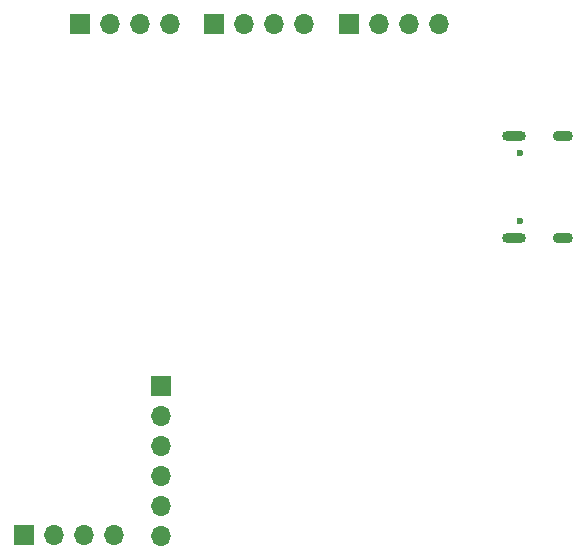
<source format=gbr>
%TF.GenerationSoftware,KiCad,Pcbnew,(6.0.4)*%
%TF.CreationDate,2023-02-04T00:36:02+01:00*%
%TF.ProjectId,Apollo - DSP,41706f6c-6c6f-4202-9d20-4453502e6b69,rev?*%
%TF.SameCoordinates,Original*%
%TF.FileFunction,Soldermask,Bot*%
%TF.FilePolarity,Negative*%
%FSLAX46Y46*%
G04 Gerber Fmt 4.6, Leading zero omitted, Abs format (unit mm)*
G04 Created by KiCad (PCBNEW (6.0.4)) date 2023-02-04 00:36:02*
%MOMM*%
%LPD*%
G01*
G04 APERTURE LIST*
%ADD10R,1.700000X1.700000*%
%ADD11O,1.700000X1.700000*%
%ADD12C,0.600000*%
%ADD13O,1.700000X0.900000*%
%ADD14O,2.000000X0.900000*%
G04 APERTURE END LIST*
D10*
%TO.C,J7*%
X86700000Y-110650000D03*
D11*
X86700000Y-113190000D03*
X86700000Y-115730000D03*
X86700000Y-118270000D03*
X86700000Y-120810000D03*
X86700000Y-123350000D03*
%TD*%
D12*
%TO.C,J1*%
X117075000Y-90910000D03*
X117075000Y-96690000D03*
D13*
X120765000Y-89480000D03*
D14*
X116595000Y-89480000D03*
D13*
X120765000Y-98120000D03*
D14*
X116595000Y-98120000D03*
%TD*%
D10*
%TO.C,J5*%
X102600000Y-80000000D03*
D11*
X105140000Y-80000000D03*
X107680000Y-80000000D03*
X110220000Y-80000000D03*
%TD*%
D10*
%TO.C,J6*%
X75100000Y-123300000D03*
D11*
X77640000Y-123300000D03*
X80180000Y-123300000D03*
X82720000Y-123300000D03*
%TD*%
D10*
%TO.C,J4*%
X79820000Y-80000000D03*
D11*
X82360000Y-80000000D03*
X84900000Y-80000000D03*
X87440000Y-80000000D03*
%TD*%
D10*
%TO.C,J2*%
X91200000Y-80000000D03*
D11*
X93740000Y-80000000D03*
X96280000Y-80000000D03*
X98820000Y-80000000D03*
%TD*%
M02*

</source>
